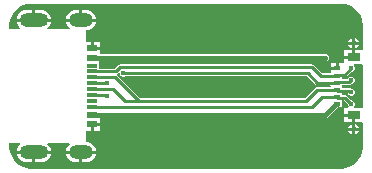
<source format=gbr>
G04*
G04 #@! TF.GenerationSoftware,Altium Limited,Altium Designer,24.8.2 (39)*
G04*
G04 Layer_Physical_Order=1*
G04 Layer_Color=255*
%FSLAX25Y25*%
%MOIN*%
G70*
G04*
G04 #@! TF.SameCoordinates,C8608415-0D93-4E33-BC52-9C0F9C252278*
G04*
G04*
G04 #@! TF.FilePolarity,Positive*
G04*
G01*
G75*
%ADD10C,0.01000*%
%ADD12R,0.03543X0.02362*%
%ADD13R,0.03543X0.01181*%
%ADD14R,0.02362X0.01575*%
%ADD15R,0.04134X0.02756*%
%ADD22C,0.01575*%
%ADD23O,0.09449X0.04724*%
%ADD24O,0.07874X0.04724*%
%ADD25C,0.01575*%
G36*
X112533Y54816D02*
X113966Y54222D01*
X115256Y53360D01*
X116352Y52263D01*
X117214Y50974D01*
X117808Y49541D01*
X118110Y48020D01*
X118110Y47244D01*
X118110D01*
X118110Y47244D01*
Y40028D01*
X117978Y39582D01*
X117610Y39582D01*
X115411D01*
Y37205D01*
X114911D01*
Y36705D01*
X111844D01*
Y35684D01*
X111679Y35252D01*
X111344Y35252D01*
X109998D01*
Y33465D01*
X109498D01*
Y32965D01*
X107317D01*
Y32014D01*
X104314D01*
X101794Y34534D01*
X101498Y34732D01*
X101150Y34801D01*
X37093D01*
X36745Y34732D01*
X36449Y34534D01*
X35307Y33392D01*
X29921D01*
Y35433D01*
X30137Y35843D01*
X105512D01*
X105628Y35866D01*
X105747D01*
X105856Y35912D01*
X105973Y35935D01*
X106071Y36001D01*
X106181Y36046D01*
X106265Y36130D01*
X106363Y36196D01*
X106429Y36295D01*
X106513Y36378D01*
X106559Y36488D01*
X106624Y36587D01*
X106648Y36703D01*
X106693Y36813D01*
Y36931D01*
X106716Y37048D01*
X106693Y37164D01*
Y37282D01*
X106648Y37392D01*
X106624Y37508D01*
X106559Y37607D01*
X106513Y37717D01*
X106429Y37800D01*
X106363Y37899D01*
X106265Y37965D01*
X106181Y38049D01*
X106071Y38094D01*
X105973Y38160D01*
X105856Y38183D01*
X105747Y38229D01*
X105628D01*
X105512Y38252D01*
X30528D01*
Y39697D01*
X27756D01*
Y40197D01*
X27256D01*
Y42378D01*
X25643D01*
Y46059D01*
X25694Y46147D01*
X26488Y46252D01*
X27306Y46591D01*
X28008Y47130D01*
X28547Y47832D01*
X28886Y48650D01*
X28936Y49028D01*
X24035D01*
X19135D01*
X19185Y48650D01*
X19524Y47832D01*
X20063Y47130D01*
X20251Y46985D01*
X20081Y46485D01*
X13029D01*
X12859Y46985D01*
X13048Y47130D01*
X13587Y47832D01*
X13925Y48650D01*
X13975Y49028D01*
X8287D01*
X2600D01*
X2650Y48650D01*
X2988Y47832D01*
X3527Y47130D01*
X3716Y46985D01*
X3546Y46485D01*
X0D01*
Y48020D01*
X303Y49541D01*
X896Y50974D01*
X1758Y52263D01*
X2855Y53360D01*
X4144Y54222D01*
X5577Y54816D01*
X7098Y55118D01*
X7874D01*
Y55118D01*
X110236Y55118D01*
X111012D01*
X112533Y54816D01*
D02*
G37*
G36*
X118110Y34381D02*
X118110Y20737D01*
X117978Y20291D01*
X117610Y20291D01*
X115179D01*
X114981Y20791D01*
X115174Y20985D01*
X115354Y21419D01*
Y21889D01*
X115174Y22323D01*
X114842Y22655D01*
X114408Y22835D01*
X114179D01*
X112641Y24373D01*
X112345Y24570D01*
X111996Y24639D01*
X111073D01*
Y25179D01*
X113065D01*
X113172Y24922D01*
X113504Y24589D01*
X113938Y24409D01*
X114408D01*
X114842Y24589D01*
X115174Y24922D01*
X115354Y25356D01*
Y25826D01*
X115174Y26260D01*
X114842Y26592D01*
X114408Y26772D01*
X114160D01*
X113920Y26932D01*
X113571Y27001D01*
X111427D01*
X111073Y27355D01*
Y27559D01*
X111073D01*
Y27560D01*
X111073D01*
Y28117D01*
X113571D01*
X113920Y28186D01*
X114160Y28346D01*
X114408D01*
X114842Y28526D01*
X115174Y28859D01*
X115354Y29293D01*
Y29763D01*
X115174Y30197D01*
X114842Y30529D01*
X114408Y30709D01*
X113938D01*
X113504Y30529D01*
X113172Y30197D01*
X113065Y29939D01*
X111073D01*
Y30478D01*
X111995D01*
X112344Y30547D01*
X112640Y30745D01*
X114179Y32283D01*
X114408D01*
X114842Y32463D01*
X115174Y32796D01*
X115354Y33230D01*
Y33700D01*
X115174Y34134D01*
X114981Y34327D01*
X115179Y34827D01*
X117610D01*
X118110Y34381D01*
D02*
G37*
G36*
X37008Y31809D02*
Y31655D01*
X37188Y31221D01*
X37520Y30889D01*
X37954Y30709D01*
X38424D01*
X38858Y30889D01*
X38948Y30979D01*
X99229D01*
X102112Y28096D01*
X102407Y27898D01*
X102756Y27829D01*
X107161D01*
X107235Y27774D01*
X107348Y27559D01*
X107205Y27289D01*
X102756D01*
X102407Y27220D01*
X102112Y27022D01*
X98638Y23549D01*
X43685D01*
X36093Y31141D01*
X36074Y31300D01*
X36100Y31549D01*
X36160Y31710D01*
X36557Y31995D01*
X37008Y31809D01*
D02*
G37*
G36*
X112992Y21444D02*
Y21419D01*
X113172Y20985D01*
X113365Y20791D01*
X113168Y20291D01*
X111844D01*
Y18414D01*
X114911D01*
Y17914D01*
X115411D01*
Y15536D01*
X117610D01*
X118110Y15090D01*
Y7098D01*
X117808Y5577D01*
X117214Y4144D01*
X116352Y2855D01*
X115256Y1758D01*
X113966Y896D01*
X112533Y303D01*
X111012Y0D01*
X110236D01*
Y0D01*
X7874Y0D01*
X7098D01*
X5577Y303D01*
X4144Y896D01*
X2855Y1758D01*
X1758Y2855D01*
X896Y4144D01*
X303Y5577D01*
X0Y7098D01*
Y7874D01*
X0D01*
Y8633D01*
X3546D01*
X3716Y8133D01*
X3527Y7988D01*
X2988Y7286D01*
X2650Y6468D01*
X2600Y6091D01*
X8287D01*
X13975D01*
X13925Y6468D01*
X13587Y7286D01*
X13048Y7988D01*
X12859Y8133D01*
X13029Y8633D01*
X20081D01*
X20251Y8133D01*
X20063Y7988D01*
X19524Y7286D01*
X19185Y6468D01*
X19135Y6091D01*
X24035D01*
X28936D01*
X28886Y6468D01*
X28547Y7286D01*
X28008Y7988D01*
X27306Y8527D01*
X26488Y8866D01*
X25694Y8971D01*
X25643Y9059D01*
Y12741D01*
X27256D01*
Y14922D01*
X27756D01*
Y15422D01*
X30528D01*
Y16866D01*
X105522D01*
X105522Y16866D01*
X105638Y16890D01*
X105747D01*
X105847Y16931D01*
X105982Y16958D01*
X106097Y17034D01*
X106181Y17069D01*
X106245Y17134D01*
X106373Y17219D01*
X109626Y20472D01*
X111073D01*
Y22817D01*
X111619D01*
X112992Y21444D01*
D02*
G37*
%LPC*%
G36*
X25610Y52919D02*
X24535D01*
Y50028D01*
X28936D01*
X28886Y50405D01*
X28547Y51223D01*
X28008Y51925D01*
X27306Y52464D01*
X26488Y52803D01*
X25610Y52919D01*
D02*
G37*
G36*
X10650D02*
X8788D01*
Y50028D01*
X13975D01*
X13925Y50405D01*
X13587Y51223D01*
X13048Y51925D01*
X12345Y52464D01*
X11527Y52803D01*
X10650Y52919D01*
D02*
G37*
G36*
X23536D02*
X22461D01*
X21583Y52803D01*
X20765Y52464D01*
X20063Y51925D01*
X19524Y51223D01*
X19185Y50405D01*
X19135Y50028D01*
X23536D01*
Y52919D01*
D02*
G37*
G36*
X7788D02*
X5925D01*
X5048Y52803D01*
X4230Y52464D01*
X3527Y51925D01*
X2988Y51223D01*
X2650Y50405D01*
X2600Y50028D01*
X7788D01*
Y52919D01*
D02*
G37*
G36*
X115411Y43624D02*
Y42396D01*
X116639D01*
X116427Y42909D01*
X115924Y43412D01*
X115411Y43624D01*
D02*
G37*
G36*
X114411D02*
X113899Y43412D01*
X113396Y42909D01*
X113184Y42396D01*
X114411D01*
Y43624D01*
D02*
G37*
G36*
X30528Y42378D02*
X28256D01*
Y40697D01*
X30528D01*
Y42378D01*
D02*
G37*
G36*
X116639Y41396D02*
X115411D01*
Y40169D01*
X115924Y40381D01*
X116427Y40884D01*
X116639Y41396D01*
D02*
G37*
G36*
X114411D02*
X113184D01*
X113396Y40884D01*
X113899Y40381D01*
X114411Y40169D01*
Y41396D01*
D02*
G37*
G36*
X114411Y39582D02*
X111844D01*
Y37705D01*
X114411D01*
Y39582D01*
D02*
G37*
G36*
X108998Y35252D02*
X107317D01*
Y33965D01*
X108998D01*
Y35252D01*
D02*
G37*
G36*
X114411Y17414D02*
X111844D01*
Y15536D01*
X114411D01*
Y17414D01*
D02*
G37*
G36*
X115411Y14949D02*
Y13722D01*
X116639D01*
X116427Y14234D01*
X115924Y14737D01*
X115411Y14949D01*
D02*
G37*
G36*
X114411D02*
X113899Y14737D01*
X113396Y14234D01*
X113184Y13722D01*
X114411D01*
Y14949D01*
D02*
G37*
G36*
X30528Y14422D02*
X28256D01*
Y12741D01*
X30528D01*
Y14422D01*
D02*
G37*
G36*
X116639Y12722D02*
X115411D01*
Y11494D01*
X115924Y11706D01*
X116427Y12209D01*
X116639Y12722D01*
D02*
G37*
G36*
X114411D02*
X113184D01*
X113396Y12209D01*
X113899Y11706D01*
X114411Y11494D01*
Y12722D01*
D02*
G37*
G36*
X28936Y5091D02*
X24535D01*
Y2199D01*
X25610D01*
X26488Y2315D01*
X27306Y2654D01*
X28008Y3193D01*
X28547Y3895D01*
X28886Y4713D01*
X28936Y5091D01*
D02*
G37*
G36*
X23536D02*
X19135D01*
X19185Y4713D01*
X19524Y3895D01*
X20063Y3193D01*
X20765Y2654D01*
X21583Y2315D01*
X22461Y2199D01*
X23536D01*
Y5091D01*
D02*
G37*
G36*
X13975D02*
X8788D01*
Y2199D01*
X10650D01*
X11527Y2315D01*
X12345Y2654D01*
X13048Y3193D01*
X13587Y3895D01*
X13925Y4713D01*
X13975Y5091D01*
D02*
G37*
G36*
X7788D02*
X2600D01*
X2650Y4713D01*
X2988Y3895D01*
X3527Y3193D01*
X4230Y2654D01*
X5048Y2315D01*
X5925Y2199D01*
X7788D01*
Y5091D01*
D02*
G37*
%LPD*%
D10*
X38189Y31890D02*
X99606D01*
X43307Y22638D02*
X99016D01*
X38677D02*
X43307D01*
X35343Y30602D02*
X43307Y22638D01*
X27846Y30602D02*
X35343D01*
X27756Y30512D02*
X27846Y30602D01*
X32677Y28543D02*
X32677Y28543D01*
X27756Y28544D02*
X27756Y28543D01*
X32677D01*
X34740Y26575D02*
X38677Y22638D01*
X32468Y24516D02*
X32575Y24409D01*
X32677D01*
X27756Y24607D02*
X27846Y24516D01*
X32468D01*
X27756Y26575D02*
X34740D01*
X99844Y20638D02*
X99876Y20670D01*
X38022D02*
X38053Y20638D01*
X27756Y20670D02*
X38022D01*
X99876D02*
X100985D01*
X38053Y20638D02*
X99844D01*
X101150Y33890D02*
X103937Y31102D01*
X35684Y32481D02*
X37093Y33890D01*
X27756Y32481D02*
X35684D01*
X37093Y33890D02*
X101150D01*
X109786Y23728D02*
X111996D01*
X114071Y21654D01*
X114173D01*
X109498Y24015D02*
X109786Y23728D01*
Y26090D02*
X113571D01*
X114071Y25591D01*
X114173D01*
X109498Y26378D02*
X109786Y26090D01*
Y29028D02*
X113571D01*
X114071Y29528D02*
X114173D01*
X109498Y28741D02*
X109786Y29028D01*
X113571D02*
X114071Y29528D01*
X109786Y31389D02*
X111995D01*
X114071Y33465D02*
X114173D01*
X109498Y31102D02*
X109786Y31389D01*
X111995D02*
X114071Y33465D01*
X100985Y20670D02*
X104331Y24016D01*
X109498D01*
X109498Y24015D01*
X99016Y22638D02*
X102756Y26378D01*
X109498D01*
X99606Y31890D02*
X102756Y28740D01*
X109498D01*
X109498Y28741D01*
X103937Y31102D02*
X109497D01*
X109498Y31102D01*
X109498Y26378D02*
X109498Y26378D01*
D12*
X27756Y14922D02*
D03*
Y18071D02*
D03*
Y37048D02*
D03*
Y40197D02*
D03*
D13*
Y34449D02*
D03*
Y32481D02*
D03*
Y30512D02*
D03*
Y28544D02*
D03*
Y26575D02*
D03*
Y24607D02*
D03*
Y22638D02*
D03*
Y20670D02*
D03*
D14*
X109498Y33465D02*
D03*
Y31102D02*
D03*
Y28741D02*
D03*
Y26378D02*
D03*
Y24015D02*
D03*
Y21654D02*
D03*
D15*
X114911Y17914D02*
D03*
Y37205D02*
D03*
D22*
X105512Y18071D02*
X105522D01*
X109105Y21654D02*
X109498D01*
X105522Y18071D02*
X109105Y21654D01*
X27756Y37048D02*
X105512D01*
X27756Y18071D02*
X105512D01*
D23*
X8287Y49528D02*
D03*
Y5591D02*
D03*
D24*
X24035D02*
D03*
Y49528D02*
D03*
D25*
X114173Y37402D02*
D03*
X38189Y31890D02*
D03*
X32677Y28543D02*
D03*
Y24409D02*
D03*
X114173Y21654D02*
D03*
Y25591D02*
D03*
Y29528D02*
D03*
Y33465D02*
D03*
X114911Y13222D02*
D03*
Y41896D02*
D03*
X105512Y37048D02*
D03*
Y18071D02*
D03*
X27756Y14922D02*
D03*
Y40197D02*
D03*
M02*

</source>
